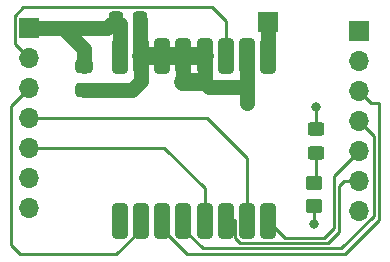
<source format=gbr>
%TF.GenerationSoftware,KiCad,Pcbnew,6.0.5-a6ca702e91~116~ubuntu20.04.1*%
%TF.CreationDate,2022-05-07T22:34:00-05:00*%
%TF.ProjectId,DRF1262T_Shield_v001,44524631-3236-4325-945f-536869656c64,rev?*%
%TF.SameCoordinates,Original*%
%TF.FileFunction,Copper,L1,Top*%
%TF.FilePolarity,Positive*%
%FSLAX46Y46*%
G04 Gerber Fmt 4.6, Leading zero omitted, Abs format (unit mm)*
G04 Created by KiCad (PCBNEW 6.0.5-a6ca702e91~116~ubuntu20.04.1) date 2022-05-07 22:34:00*
%MOMM*%
%LPD*%
G01*
G04 APERTURE LIST*
G04 Aperture macros list*
%AMRoundRect*
0 Rectangle with rounded corners*
0 $1 Rounding radius*
0 $2 $3 $4 $5 $6 $7 $8 $9 X,Y pos of 4 corners*
0 Add a 4 corners polygon primitive as box body*
4,1,4,$2,$3,$4,$5,$6,$7,$8,$9,$2,$3,0*
0 Add four circle primitives for the rounded corners*
1,1,$1+$1,$2,$3*
1,1,$1+$1,$4,$5*
1,1,$1+$1,$6,$7*
1,1,$1+$1,$8,$9*
0 Add four rect primitives between the rounded corners*
20,1,$1+$1,$2,$3,$4,$5,0*
20,1,$1+$1,$4,$5,$6,$7,0*
20,1,$1+$1,$6,$7,$8,$9,0*
20,1,$1+$1,$8,$9,$2,$3,0*%
G04 Aperture macros list end*
%TA.AperFunction,SMDPad,CuDef*%
%ADD10RoundRect,0.250000X-0.337500X-0.475000X0.337500X-0.475000X0.337500X0.475000X-0.337500X0.475000X0*%
%TD*%
%TA.AperFunction,ComponentPad*%
%ADD11R,1.700000X1.700000*%
%TD*%
%TA.AperFunction,SMDPad,CuDef*%
%ADD12RoundRect,0.250000X-0.475000X0.337500X-0.475000X-0.337500X0.475000X-0.337500X0.475000X0.337500X0*%
%TD*%
%TA.AperFunction,ComponentPad*%
%ADD13O,1.700000X1.700000*%
%TD*%
%TA.AperFunction,SMDPad,CuDef*%
%ADD14RoundRect,0.250000X0.450000X-0.350000X0.450000X0.350000X-0.450000X0.350000X-0.450000X-0.350000X0*%
%TD*%
%TA.AperFunction,SMDPad,CuDef*%
%ADD15RoundRect,0.350000X-0.350000X1.150000X-0.350000X-1.150000X0.350000X-1.150000X0.350000X1.150000X0*%
%TD*%
%TA.AperFunction,SMDPad,CuDef*%
%ADD16RoundRect,0.250000X-0.450000X0.325000X-0.450000X-0.325000X0.450000X-0.325000X0.450000X0.325000X0*%
%TD*%
%TA.AperFunction,ViaPad*%
%ADD17C,0.800000*%
%TD*%
%TA.AperFunction,Conductor*%
%ADD18C,1.250000*%
%TD*%
%TA.AperFunction,Conductor*%
%ADD19C,0.250000*%
%TD*%
%TA.AperFunction,Conductor*%
%ADD20C,1.500000*%
%TD*%
G04 APERTURE END LIST*
D10*
%TO.P,C1,1*%
%TO.N,VCC*%
X147062500Y-77600000D03*
%TO.P,C1,2*%
%TO.N,GND*%
X149137500Y-77600000D03*
%TD*%
D11*
%TO.P,J3,1,Pin_1*%
%TO.N,Net-(J3-Pad1)*%
X160000000Y-77800000D03*
%TD*%
D12*
%TO.P,C2,1*%
%TO.N,VCC*%
X144400000Y-81500000D03*
%TO.P,C2,2*%
%TO.N,GND*%
X144400000Y-83575000D03*
%TD*%
D11*
%TO.P,J1,1,Pin_1*%
%TO.N,VCC*%
X139700000Y-78300000D03*
D13*
%TO.P,J1,2,Pin_2*%
%TO.N,D4*%
X139700000Y-80840000D03*
%TO.P,J1,3,Pin_3*%
%TO.N,D3*%
X139700000Y-83380000D03*
%TO.P,J1,4,Pin_4*%
%TO.N,D13{slash}SCK*%
X139700000Y-85920000D03*
%TO.P,J1,5,Pin_5*%
%TO.N,D12{slash}MISO*%
X139700000Y-88460000D03*
%TO.P,J1,6,Pin_6*%
%TO.N,D2{slash}INT0*%
X139700000Y-91000000D03*
%TO.P,J1,7,Pin_7*%
%TO.N,A5{slash}SCL*%
X139700000Y-93540000D03*
%TD*%
D11*
%TO.P,J2,1,Pin_1*%
%TO.N,GND*%
X167640000Y-78600000D03*
D13*
%TO.P,J2,2,Pin_2*%
%TO.N,D5*%
X167640000Y-81140000D03*
%TO.P,J2,3,Pin_3*%
%TO.N,D7*%
X167640000Y-83680000D03*
%TO.P,J2,4,Pin_4*%
%TO.N,D9*%
X167640000Y-86220000D03*
%TO.P,J2,5,Pin_5*%
%TO.N,D10{slash}SS*%
X167640000Y-88760000D03*
%TO.P,J2,6,Pin_6*%
%TO.N,D11{slash}MOSI*%
X167640000Y-91300000D03*
%TO.P,J2,7,Pin_7*%
%TO.N,D6*%
X167640000Y-93840000D03*
%TD*%
D14*
%TO.P,R1,1*%
%TO.N,D6*%
X163900000Y-93400000D03*
%TO.P,R1,2*%
%TO.N,Net-(D1-Pad2)*%
X163900000Y-91400000D03*
%TD*%
D15*
%TO.P,U1,1,ANT*%
%TO.N,Net-(J3-Pad1)*%
X160000000Y-80700000D03*
%TO.P,U1,2,GND*%
%TO.N,GND*%
X158200000Y-80700000D03*
%TO.P,U1,3,SW*%
%TO.N,D4*%
X156400000Y-80700000D03*
%TO.P,U1,4,GND*%
%TO.N,GND*%
X154600000Y-80700000D03*
%TO.P,U1,5,GND*%
X152800000Y-80700000D03*
%TO.P,U1,6,GND*%
X151000000Y-80700000D03*
%TO.P,U1,7,GND*%
X149200000Y-80700000D03*
%TO.P,U1,8,VDD*%
%TO.N,VCC*%
X147400000Y-80700000D03*
%TO.P,U1,9,DIO2*%
%TO.N,unconnected-(U1-Pad9)*%
X147400000Y-94700000D03*
%TO.P,U1,10,DIO1*%
%TO.N,D3*%
X149200000Y-94700000D03*
%TO.P,U1,11,BUSY*%
%TO.N,D7*%
X151000000Y-94700000D03*
%TO.P,U1,12,RST*%
%TO.N,D9*%
X152800000Y-94700000D03*
%TO.P,U1,13,MISO*%
%TO.N,D12{slash}MISO*%
X154600000Y-94700000D03*
%TO.P,U1,14,MOSI*%
%TO.N,D11{slash}MOSI*%
X156400000Y-94700000D03*
%TO.P,U1,15,SCK*%
%TO.N,D13{slash}SCK*%
X158200000Y-94700000D03*
%TO.P,U1,16,NSS*%
%TO.N,D10{slash}SS*%
X160000000Y-94700000D03*
%TD*%
D16*
%TO.P,D1,1,K*%
%TO.N,GND*%
X164000000Y-86875000D03*
%TO.P,D1,2,A*%
%TO.N,Net-(D1-Pad2)*%
X164000000Y-88925000D03*
%TD*%
D17*
%TO.N,GND*%
X158200000Y-83000000D03*
X158200000Y-84700000D03*
X164000000Y-85000000D03*
X154600000Y-82900000D03*
X152800000Y-82900000D03*
%TO.N,D6*%
X163900000Y-94900000D03*
%TD*%
D18*
%TO.N,VCC*%
X144400000Y-80100000D02*
X144400000Y-81500000D01*
D19*
X139700000Y-78300000D02*
X142600000Y-78300000D01*
D18*
X139700000Y-78300000D02*
X146362500Y-78300000D01*
X146362500Y-78300000D02*
X147062500Y-77600000D01*
X147400000Y-80700000D02*
X147400000Y-77937500D01*
X142600000Y-78300000D02*
X144400000Y-80100000D01*
D19*
X147400000Y-77937500D02*
X147062500Y-77600000D01*
D18*
%TO.N,GND*%
X154600000Y-82900000D02*
X154600000Y-80700000D01*
D19*
X149137500Y-80637500D02*
X149200000Y-80700000D01*
D20*
X149200000Y-80700000D02*
X151000000Y-80700000D01*
D18*
X152800000Y-82900000D02*
X152800000Y-80700000D01*
D19*
X157900000Y-83300000D02*
X158200000Y-83000000D01*
D18*
X149200000Y-82800000D02*
X149200000Y-80700000D01*
X149137500Y-77600000D02*
X149137500Y-80637500D01*
X155000000Y-83300000D02*
X156800000Y-83300000D01*
X156800000Y-83300000D02*
X157900000Y-83300000D01*
D19*
X164000000Y-86875000D02*
X164000000Y-85000000D01*
D20*
X151000000Y-80700000D02*
X152800000Y-80700000D01*
D18*
X158200000Y-84700000D02*
X158200000Y-80700000D01*
X154600000Y-82900000D02*
X155000000Y-83300000D01*
D20*
X152800000Y-82900000D02*
X154600000Y-82900000D01*
D18*
X148425000Y-83575000D02*
X149200000Y-82800000D01*
D20*
X152800000Y-80700000D02*
X154600000Y-80700000D01*
D18*
X144400000Y-83575000D02*
X148425000Y-83575000D01*
D19*
%TO.N,Net-(D1-Pad2)*%
X163900000Y-91400000D02*
X164000000Y-91300000D01*
X164000000Y-91300000D02*
X164000000Y-88925000D01*
%TO.N,D4*%
X156400000Y-77700000D02*
X156400000Y-80700000D01*
X155250480Y-76550480D02*
X156400000Y-77700000D01*
X139700000Y-80840000D02*
X138525489Y-79665489D01*
X138525489Y-79665489D02*
X138525489Y-77274511D01*
X138525489Y-77274511D02*
X139249520Y-76550480D01*
X139249520Y-76550480D02*
X155250480Y-76550480D01*
%TO.N,D3*%
X138200000Y-94351988D02*
X138185020Y-94337008D01*
X138200000Y-96700000D02*
X138200000Y-94351988D01*
X138974980Y-97474980D02*
X138200000Y-96700000D01*
X147125020Y-97474980D02*
X138974980Y-97474980D01*
X149200000Y-95400000D02*
X147125020Y-97474980D01*
X149200000Y-94700000D02*
X149200000Y-95400000D01*
X138185020Y-94337008D02*
X138185020Y-84894980D01*
X138185020Y-84894980D02*
X139700000Y-83380000D01*
%TO.N,D13{slash}SCK*%
X154820000Y-85920000D02*
X158200000Y-89300000D01*
X139700000Y-85920000D02*
X154820000Y-85920000D01*
X158200000Y-89300000D02*
X158200000Y-94700000D01*
%TO.N,D12{slash}MISO*%
X151160000Y-88460000D02*
X139700000Y-88460000D01*
X154600000Y-94700000D02*
X154600000Y-91900000D01*
X154600000Y-91900000D02*
X151160000Y-88460000D01*
%TO.N,D7*%
X151000000Y-94700000D02*
X151000000Y-95353915D01*
X169400000Y-84700000D02*
X168660000Y-84700000D01*
X153121065Y-97474980D02*
X166480000Y-97474980D01*
X151000000Y-95353915D02*
X153121065Y-97474980D01*
X166480000Y-97474980D02*
X169400000Y-94554980D01*
X168660000Y-84700000D02*
X167640000Y-83680000D01*
X169400000Y-94554980D02*
X169400000Y-84700000D01*
%TO.N,D9*%
X168900000Y-87480000D02*
X167640000Y-86220000D01*
X154420125Y-96974040D02*
X166166970Y-96974040D01*
X166166970Y-96974040D02*
X168900000Y-94241010D01*
X168900000Y-94241010D02*
X168900000Y-87480000D01*
X152800000Y-94700000D02*
X152800000Y-95353915D01*
X152800000Y-95353915D02*
X154420125Y-96974040D01*
%TO.N,D10{slash}SS*%
X165550480Y-95249520D02*
X165550480Y-90849520D01*
X160000000Y-94700000D02*
X161375000Y-96075000D01*
X164725000Y-96075000D02*
X165550480Y-95249520D01*
X161375000Y-96075000D02*
X164725000Y-96075000D01*
X165550480Y-90849520D02*
X167640000Y-88760000D01*
%TO.N,D11{slash}MOSI*%
X165075480Y-96524520D02*
X166000000Y-95600000D01*
X157570605Y-96524520D02*
X165075480Y-96524520D01*
X156400000Y-94700000D02*
X156400000Y-95353915D01*
X166000000Y-95600000D02*
X166000000Y-91700000D01*
X166400000Y-91300000D02*
X167640000Y-91300000D01*
X166000000Y-91700000D02*
X166400000Y-91300000D01*
X156400000Y-95353915D02*
X157175480Y-94578435D01*
X157175480Y-94578435D02*
X157175480Y-96129395D01*
X157175480Y-96129395D02*
X157570605Y-96524520D01*
%TO.N,D6*%
X163900000Y-94900000D02*
X163900000Y-93400000D01*
D18*
%TO.N,Net-(J3-Pad1)*%
X160000000Y-80700000D02*
X160000000Y-77800000D01*
%TD*%
M02*

</source>
